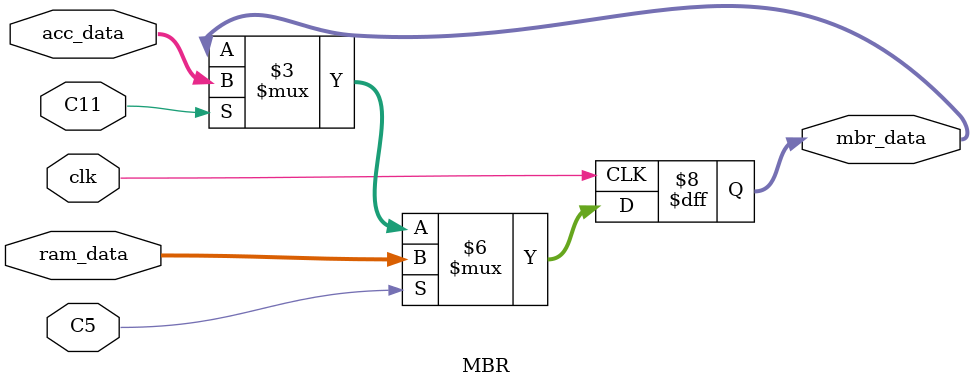
<source format=v>
`timescale 1ns / 1ps

module MBR(
    input clk,
    input C5,
    input C11,
    input [15:0] ram_data,
    input [15:0] acc_data,
    output reg [15:0] mbr_data=16'h0000
    //output [7:0] mbr_data_h,
    //output [7:0] mbr_data_l
    );
    
    always@(posedge clk)
    begin
        if(C5) mbr_data<=ram_data;
        else if(C11) mbr_data<=acc_data;
    end
    
  //  assign mbr_data_h=mbr_data[15:8];
   // assign mbr_data_l=mbr_data[7:0]; 
        
endmodule

</source>
